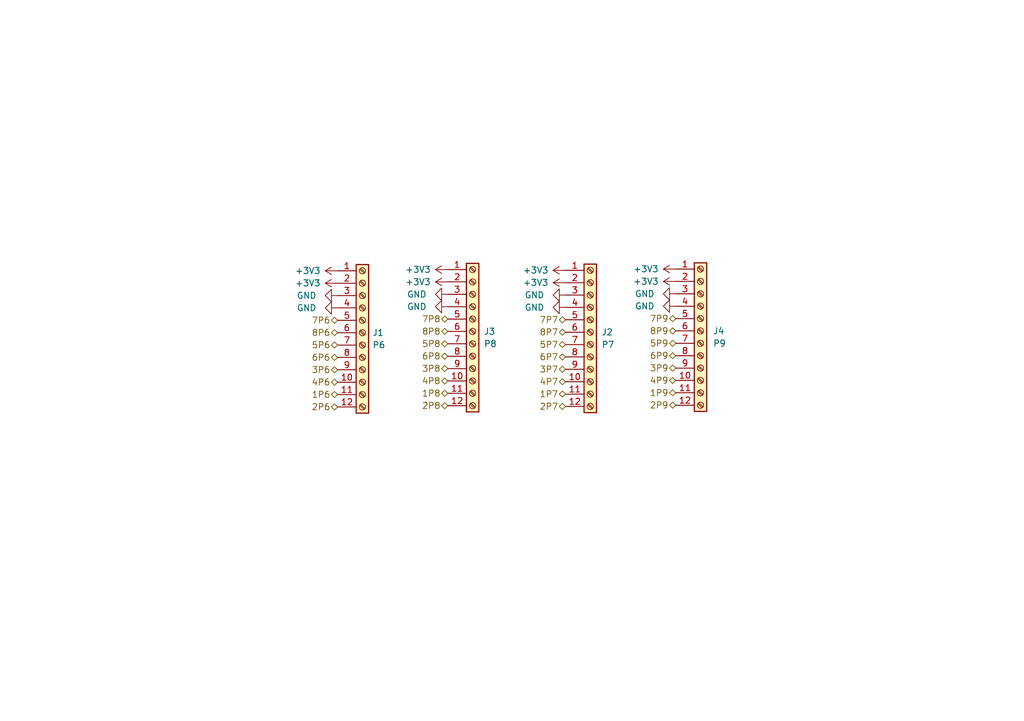
<source format=kicad_sch>
(kicad_sch (version 20230121) (generator eeschema)
  (paper "A5")
  (lib_symbols
    (symbol "Connector:Screw_Terminal_01x12" (pin_names (offset 1.016) hide)
      (property "Reference" "J" (at 0 15.24 0))
      (property "Value" "Screw_Terminal_01x12" (at 0 -17.78 0))
      (symbol "Screw_Terminal_01x12_1_1"
        (rectangle (start -1.27 13.97) (end 1.27 -16.51) (stroke (width 0.254)) (fill (type background)))
        (circle (center 0 -15.24) (radius 0.635) (stroke (width 0.1524)))
        (circle (center 0 -12.7) (radius 0.635) (stroke (width 0.1524)))
        (circle (center 0 -10.16) (radius 0.635) (stroke (width 0.1524)))
        (circle (center 0 -7.62) (radius 0.635) (stroke (width 0.1524)))
        (circle (center 0 -5.08) (radius 0.635) (stroke (width 0.1524)))
        (circle (center 0 -2.54) (radius 0.635) (stroke (width 0.1524)))
        (polyline (pts (xy -0.5334 -14.9098) (xy 0.3302 -15.748)) (stroke (width 0.1524)))
        (polyline (pts (xy -0.5334 -12.3698) (xy 0.3302 -13.208)) (stroke (width 0.1524)))
        (polyline (pts (xy -0.5334 -9.8298) (xy 0.3302 -10.668)) (stroke (width 0.1524)))
        (polyline (pts (xy -0.5334 -7.2898) (xy 0.3302 -8.128)) (stroke (width 0.1524)))
        (polyline (pts (xy -0.5334 -4.7498) (xy 0.3302 -5.588)) (stroke (width 0.1524)))
        (polyline (pts (xy -0.5334 -2.2098) (xy 0.3302 -3.048)) (stroke (width 0.1524)))
        (polyline (pts (xy -0.5334 0.3302) (xy 0.3302 -0.508)) (stroke (width 0.1524)))
        (polyline (pts (xy -0.5334 2.8702) (xy 0.3302 2.032)) (stroke (width 0.1524)))
        (polyline (pts (xy -0.5334 5.4102) (xy 0.3302 4.572)) (stroke (width 0.1524)))
        (polyline (pts (xy -0.5334 7.9502) (xy 0.3302 7.112)) (stroke (width 0.1524)))
        (polyline (pts (xy -0.5334 10.4902) (xy 0.3302 9.652)) (stroke (width 0.1524)))
        (polyline (pts (xy -0.5334 13.0302) (xy 0.3302 12.192)) (stroke (width 0.1524)))
        (polyline (pts (xy -0.3556 -14.732) (xy 0.508 -15.5702)) (stroke (width 0.1524)))
        (polyline (pts (xy -0.3556 -12.192) (xy 0.508 -13.0302)) (stroke (width 0.1524)))
        (polyline (pts (xy -0.3556 -9.652) (xy 0.508 -10.4902)) (stroke (width 0.1524)))
        (polyline (pts (xy -0.3556 -7.112) (xy 0.508 -7.9502)) (stroke (width 0.1524)))
        (polyline (pts (xy -0.3556 -4.572) (xy 0.508 -5.4102)) (stroke (width 0.1524)))
        (polyline (pts (xy -0.3556 -2.032) (xy 0.508 -2.8702)) (stroke (width 0.1524)))
        (polyline (pts (xy -0.3556 0.508) (xy 0.508 -0.3302)) (stroke (width 0.1524)))
        (polyline (pts (xy -0.3556 3.048) (xy 0.508 2.2098)) (stroke (width 0.1524)))
        (polyline (pts (xy -0.3556 5.588) (xy 0.508 4.7498)) (stroke (width 0.1524)))
        (polyline (pts (xy -0.3556 8.128) (xy 0.508 7.2898)) (stroke (width 0.1524)))
        (polyline (pts (xy -0.3556 10.668) (xy 0.508 9.8298)) (stroke (width 0.1524)))
        (polyline (pts (xy -0.3556 13.208) (xy 0.508 12.3698)) (stroke (width 0.1524)))
        (circle (center 0 0) (radius 0.635) (stroke (width 0.1524)))
        (circle (center 0 2.54) (radius 0.635) (stroke (width 0.1524)))
        (circle (center 0 5.08) (radius 0.635) (stroke (width 0.1524)))
        (circle (center 0 7.62) (radius 0.635) (stroke (width 0.1524)))
        (circle (center 0 10.16) (radius 0.635) (stroke (width 0.1524)))
        (circle (center 0 12.7) (radius 0.635) (stroke (width 0.1524)))
        (pin passive line (at -5.08 12.7 0) (length 3.81) (name "Pin_1") (number "1"))
        (pin passive line (at -5.08 -10.16 0) (length 3.81) (name "Pin_10") (number "10"))
        (pin passive line (at -5.08 -12.7 0) (length 3.81) (name "Pin_11") (number "11"))
        (pin passive line (at -5.08 -15.24 0) (length 3.81) (name "Pin_12") (number "12"))
        (pin passive line (at -5.08 10.16 0) (length 3.81) (name "Pin_2") (number "2"))
        (pin passive line (at -5.08 7.62 0) (length 3.81) (name "Pin_3") (number "3"))
        (pin passive line (at -5.08 5.08 0) (length 3.81) (name "Pin_4") (number "4"))
        (pin passive line (at -5.08 2.54 0) (length 3.81) (name "Pin_5") (number "5"))
        (pin passive line (at -5.08 0 0) (length 3.81) (name "Pin_6") (number "6"))
        (pin passive line (at -5.08 -2.54 0) (length 3.81) (name "Pin_7") (number "7"))
        (pin passive line (at -5.08 -5.08 0) (length 3.81) (name "Pin_8") (number "8"))
        (pin passive line (at -5.08 -7.62 0) (length 3.81) (name "Pin_9") (number "9"))
      )
    )
    (symbol "power:+3V3" (power) (pin_names (offset 0))
      (property "Value" "+3V3" (at 0 3.556 0))
      (symbol "+3V3_0_1"
        (polyline (pts (xy -0.762 1.27) (xy 0 2.54)))
        (polyline (pts (xy 0 0) (xy 0 2.54)))
        (polyline (pts (xy 0 2.54) (xy 0.762 1.27)))
      )
      (symbol "+3V3_1_1"
        (pin power_in line (at 0 0 90) (length 0) hide (name "+3V3") (number "1"))
      )
    )
    (symbol "power:GND" (power) (pin_names (offset 0))
      (property "Value" "GND" (at 0 -3.81 0))
      (symbol "GND_0_1"
        (polyline (pts (xy 0 0) (xy 0 -1.27) (xy 1.27 -1.27) (xy 0 -2.54) (xy -1.27 -1.27) (xy 0 -1.27)))
      )
      (symbol "GND_1_1"
        (pin power_in line (at 0 0 270) (length 0) hide (name "GND") (number "1"))
      )
    )
  )
  (hierarchical_label "4P6" (shape bidirectional) (at 69.2404 78.4352 180))
  (hierarchical_label "8P6" (shape bidirectional) (at 69.2404 68.2752 180))
  (hierarchical_label "3P8" (shape bidirectional) (at 91.8464 75.6412 180))
  (hierarchical_label "1P7" (shape bidirectional) (at 115.9764 80.8736 180))
  (hierarchical_label "1P6" (shape bidirectional) (at 69.2404 80.9752 180))
  (hierarchical_label "8P7" (shape bidirectional) (at 115.9764 68.1736 180))
  (hierarchical_label "4P7" (shape bidirectional) (at 115.9764 78.3336 180))
  (hierarchical_label "1P9" (shape bidirectional) (at 138.5824 80.6196 180))
  (hierarchical_label "7P8" (shape bidirectional) (at 91.8464 65.4812 180))
  (hierarchical_label "6P6" (shape bidirectional) (at 69.2404 73.3552 180))
  (hierarchical_label "8P8" (shape bidirectional) (at 91.8464 68.0212 180))
  (hierarchical_label "7P6" (shape bidirectional) (at 69.2404 65.7352 180))
  (hierarchical_label "5P9" (shape bidirectional) (at 138.5824 70.4596 180))
  (hierarchical_label "5P6" (shape bidirectional) (at 69.2404 70.8152 180))
  (hierarchical_label "2P6" (shape bidirectional) (at 69.2404 83.5152 180))
  (hierarchical_label "4P9" (shape bidirectional) (at 138.5824 78.0796 180))
  (hierarchical_label "5P7" (shape bidirectional) (at 115.9764 70.7136 180))
  (hierarchical_label "6P7" (shape bidirectional) (at 115.9764 73.2536 180))
  (hierarchical_label "8P9" (shape bidirectional) (at 138.5824 67.9196 180))
  (hierarchical_label "1P8" (shape bidirectional) (at 91.8464 80.7212 180))
  (hierarchical_label "3P9" (shape bidirectional) (at 138.5824 75.5396 180))
  (hierarchical_label "4P8" (shape bidirectional) (at 91.8464 78.1812 180))
  (hierarchical_label "7P9" (shape bidirectional) (at 138.5824 65.3796 180))
  (hierarchical_label "6P8" (shape bidirectional) (at 91.8464 73.1012 180))
  (hierarchical_label "6P9" (shape bidirectional) (at 138.5824 72.9996 180))
  (hierarchical_label "2P8" (shape bidirectional) (at 91.8464 83.2612 180))
  (hierarchical_label "2P9" (shape bidirectional) (at 138.5824 83.1596 180))
  (hierarchical_label "3P7" (shape bidirectional) (at 115.9764 75.7936 180))
  (hierarchical_label "3P6" (shape bidirectional) (at 69.2404 75.8952 180))
  (hierarchical_label "2P7" (shape bidirectional) (at 115.9764 83.4136 180))
  (hierarchical_label "5P8" (shape bidirectional) (at 91.8464 70.5612 180))
  (hierarchical_label "7P7" (shape bidirectional) (at 115.9764 65.6336 180))
  (symbol (lib_id "power:+3V3") (at 115.9764 55.4736 90) (unit 1)
    (property "Reference" "#PWR03" (effects hide))
    (property "Value" "+3V3" (at 112.522 55.4736 90) (effects (justify left)))
    (instances (project "modulo del FPGA THT" (path "" (reference "#PWR03") (unit 1))) (project "mod. de exp. FPGA spartan 6 mimasV2" (path "" (reference "#PWR0108") (unit 1))))
  )
  (symbol (lib_id "power:+3V3") (at 115.9764 58.0136 90) (unit 1)
    (property "Reference" "#PWR02" (effects hide))
    (property "Value" "+3V3" (at 112.522 58.0136 90) (effects (justify left)))
    (instances (project "modulo del FPGA THT" (path "" (reference "#PWR02") (unit 1))) (project "mod. de exp. FPGA spartan 6 mimasV2" (path "" (reference "#PWR0108") (unit 1))))
  )
  (symbol (lib_id "power:GND") (at 69.2404 63.1952 270) (unit 1)
    (property "Reference" "#PWR021" (effects hide))
    (property "Value" "GND" (at 64.9224 63.1952 90) (effects (justify right)))
    (instances (project "modulo del FPGA THT" (path "" (reference "#PWR021") (unit 1))) (project "mod. de exp. FPGA spartan 6 mimasV2" (path "" (reference "#PWR0107") (unit 1))))
  )
  (symbol (lib_id "power:GND") (at 91.8464 60.4012 270) (unit 1)
    (property "Reference" "#PWR018" (effects hide))
    (property "Value" "GND" (at 87.5284 60.4012 90) (effects (justify right)))
    (instances (project "modulo del FPGA THT" (path "" (reference "#PWR018") (unit 1))) (project "mod. de exp. FPGA spartan 6 mimasV2" (path "" (reference "#PWR0107") (unit 1))))
  )
  (symbol (lib_id "power:+3V3") (at 138.5824 57.7596 90) (unit 1)
    (property "Reference" "#PWR05" (effects hide))
    (property "Value" "+3V3" (at 135.128 57.7596 90) (effects (justify left)))
    (instances (project "modulo del FPGA THT" (path "" (reference "#PWR05") (unit 1))) (project "mod. de exp. FPGA spartan 6 mimasV2" (path "" (reference "#PWR0108") (unit 1))))
  )
  (symbol (lib_id "power:GND") (at 138.5824 62.8396 270) (unit 1)
    (property "Reference" "#PWR017" (effects hide))
    (property "Value" "GND" (at 134.2644 62.8396 90) (effects (justify right)))
    (instances (project "modulo del FPGA THT" (path "" (reference "#PWR017") (unit 1))) (project "mod. de exp. FPGA spartan 6 mimasV2" (path "" (reference "#PWR0107") (unit 1))))
  )
  (symbol (lib_id "Connector:Screw_Terminal_01x12") (at 121.0564 68.1736 0) (unit 1)
    (property "Reference" "J2" (at 123.3424 68.1735 0) (effects (justify left)))
    (property "Value" "P7" (at 123.3424 70.7135 0) (effects (justify left)))
    (property "Footprint" "Connector_PinHeader_2.54mm:PinHeader_2x06_P2.54mm_Horizontal" (effects hide))
  )
  (symbol (lib_id "Connector:Screw_Terminal_01x12") (at 96.9264 68.0212 0) (unit 1)
    (property "Reference" "J3" (at 99.2124 68.0211 0) (effects (justify left)))
    (property "Value" "P8" (at 99.2124 70.5611 0) (effects (justify left)))
    (property "Footprint" "Connector_PinHeader_2.54mm:PinHeader_2x06_P2.54mm_Horizontal" (effects hide))
  )
  (symbol (lib_id "power:GND") (at 138.5824 60.2996 270) (unit 1)
    (property "Reference" "#PWR016" (effects hide))
    (property "Value" "GND" (at 134.2644 60.2996 90) (effects (justify right)))
    (instances (project "modulo del FPGA THT" (path "" (reference "#PWR016") (unit 1))) (project "mod. de exp. FPGA spartan 6 mimasV2" (path "" (reference "#PWR0107") (unit 1))))
  )
  (symbol (lib_id "power:GND") (at 115.9764 63.0936 270) (unit 1)
    (property "Reference" "#PWR015" (effects hide))
    (property "Value" "GND" (at 111.6584 63.0936 90) (effects (justify right)))
    (instances (project "modulo del FPGA THT" (path "" (reference "#PWR015") (unit 1))) (project "mod. de exp. FPGA spartan 6 mimasV2" (path "" (reference "#PWR0107") (unit 1))))
  )
  (symbol (lib_id "power:+3V3") (at 69.2404 55.5752 90) (unit 1)
    (property "Reference" "#PWR08" (effects hide))
    (property "Value" "+3V3" (at 65.786 55.5752 90) (effects (justify left)))
    (instances (project "modulo del FPGA THT" (path "" (reference "#PWR08") (unit 1))) (project "mod. de exp. FPGA spartan 6 mimasV2" (path "" (reference "#PWR0108") (unit 1))))
  )
  (symbol (lib_id "power:GND") (at 91.8464 62.9412 270) (unit 1)
    (property "Reference" "#PWR019" (effects hide))
    (property "Value" "GND" (at 87.5284 62.9412 90) (effects (justify right)))
    (instances (project "modulo del FPGA THT" (path "" (reference "#PWR019") (unit 1))) (project "mod. de exp. FPGA spartan 6 mimasV2" (path "" (reference "#PWR0107") (unit 1))))
  )
  (symbol (lib_id "Connector:Screw_Terminal_01x12") (at 74.3204 68.2752 0) (unit 1)
    (property "Reference" "J1" (at 76.3524 68.2751 0) (effects (justify left)))
    (property "Value" "P6" (at 76.3524 70.8151 0) (effects (justify left)))
    (property "Footprint" "Connector_PinHeader_2.54mm:PinHeader_2x06_P2.54mm_Horizontal" (effects hide))
  )
  (symbol (lib_id "power:+3V3") (at 91.8464 57.8612 90) (unit 1)
    (property "Reference" "#PWR07" (effects hide))
    (property "Value" "+3V3" (at 88.392 57.8612 90) (effects (justify left)))
    (instances (project "modulo del FPGA THT" (path "" (reference "#PWR07") (unit 1))) (project "mod. de exp. FPGA spartan 6 mimasV2" (path "" (reference "#PWR0108") (unit 1))))
  )
  (symbol (lib_id "power:GND") (at 69.2404 60.6552 270) (unit 1)
    (property "Reference" "#PWR020" (effects hide))
    (property "Value" "GND" (at 64.9224 60.6552 90) (effects (justify right)))
    (instances (project "modulo del FPGA THT" (path "" (reference "#PWR020") (unit 1))) (project "mod. de exp. FPGA spartan 6 mimasV2" (path "" (reference "#PWR0107") (unit 1))))
  )
  (symbol (lib_id "power:+3V3") (at 69.2404 58.1152 90) (unit 1)
    (property "Reference" "#PWR014" (effects hide))
    (property "Value" "+3V3" (at 65.786 58.1152 90) (effects (justify left)))
    (instances (project "modulo del FPGA THT" (path "" (reference "#PWR014") (unit 1))) (project "mod. de exp. FPGA spartan 6 mimasV2" (path "" (reference "#PWR0108") (unit 1))))
  )
  (symbol (lib_id "power:+3V3") (at 138.5824 55.2196 90) (unit 1)
    (property "Reference" "#PWR04" (effects hide))
    (property "Value" "+3V3" (at 135.128 55.2196 90) (effects (justify left)))
    (instances (project "modulo del FPGA THT" (path "" (reference "#PWR04") (unit 1))) (project "mod. de exp. FPGA spartan 6 mimasV2" (path "" (reference "#PWR0108") (unit 1))))
  )
  (symbol (lib_id "power:GND") (at 115.9764 60.5536 270) (unit 1)
    (property "Reference" "#PWR01" (effects hide))
    (property "Value" "GND" (at 111.6584 60.5536 90) (effects (justify right)))
    (instances (project "modulo del FPGA THT" (path "" (reference "#PWR01") (unit 1))) (project "mod. de exp. FPGA spartan 6 mimasV2" (path "" (reference "#PWR0107") (unit 1))))
  )
  (symbol (lib_id "power:+3V3") (at 91.8464 55.3212 90) (unit 1)
    (property "Reference" "#PWR06" (effects hide))
    (property "Value" "+3V3" (at 88.392 55.3212 90) (effects (justify left)))
    (instances (project "modulo del FPGA THT" (path "" (reference "#PWR06") (unit 1))) (project "mod. de exp. FPGA spartan 6 mimasV2" (path "" (reference "#PWR0108") (unit 1))))
  )
  (symbol (lib_id "Connector:Screw_Terminal_01x12") (at 143.6624 67.9196 0) (unit 1)
    (property "Reference" "J4" (at 146.2024 67.9195 0) (effects (justify left)))
    (property "Value" "P9" (at 146.2024 70.4595 0) (effects (justify left)))
    (property "Footprint" "Connector_PinHeader_2.54mm:PinHeader_2x06_P2.54mm_Horizontal" (effects hide))
  )
)
</source>
